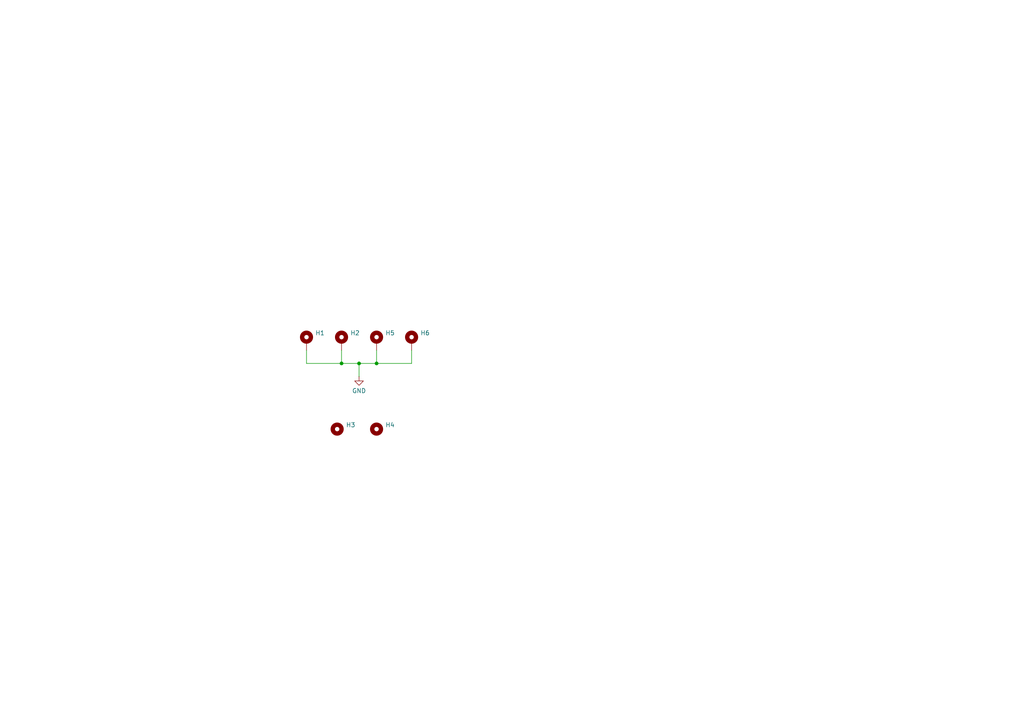
<source format=kicad_sch>
(kicad_sch
	(version 20231120)
	(generator "eeschema")
	(generator_version "8.0")
	(uuid "e7140f0f-8e55-468d-a94f-0d7319b7ed9b")
	(paper "A4")
	(lib_symbols
		(symbol "Mechanical:MountingHole"
			(pin_names
				(offset 1.016)
			)
			(exclude_from_sim yes)
			(in_bom no)
			(on_board yes)
			(property "Reference" "H"
				(at 0 5.08 0)
				(effects
					(font
						(size 1.27 1.27)
					)
				)
			)
			(property "Value" "MountingHole"
				(at 0 3.175 0)
				(effects
					(font
						(size 1.27 1.27)
					)
				)
			)
			(property "Footprint" ""
				(at 0 0 0)
				(effects
					(font
						(size 1.27 1.27)
					)
					(hide yes)
				)
			)
			(property "Datasheet" "~"
				(at 0 0 0)
				(effects
					(font
						(size 1.27 1.27)
					)
					(hide yes)
				)
			)
			(property "Description" "Mounting Hole without connection"
				(at 0 0 0)
				(effects
					(font
						(size 1.27 1.27)
					)
					(hide yes)
				)
			)
			(property "ki_keywords" "mounting hole"
				(at 0 0 0)
				(effects
					(font
						(size 1.27 1.27)
					)
					(hide yes)
				)
			)
			(property "ki_fp_filters" "MountingHole*"
				(at 0 0 0)
				(effects
					(font
						(size 1.27 1.27)
					)
					(hide yes)
				)
			)
			(symbol "MountingHole_0_1"
				(circle
					(center 0 0)
					(radius 1.27)
					(stroke
						(width 1.27)
						(type default)
					)
					(fill
						(type none)
					)
				)
			)
		)
		(symbol "Mechanical:MountingHole_Pad"
			(pin_numbers hide)
			(pin_names
				(offset 1.016) hide)
			(exclude_from_sim yes)
			(in_bom no)
			(on_board yes)
			(property "Reference" "H"
				(at 0 6.35 0)
				(effects
					(font
						(size 1.27 1.27)
					)
				)
			)
			(property "Value" "MountingHole_Pad"
				(at 0 4.445 0)
				(effects
					(font
						(size 1.27 1.27)
					)
				)
			)
			(property "Footprint" ""
				(at 0 0 0)
				(effects
					(font
						(size 1.27 1.27)
					)
					(hide yes)
				)
			)
			(property "Datasheet" "~"
				(at 0 0 0)
				(effects
					(font
						(size 1.27 1.27)
					)
					(hide yes)
				)
			)
			(property "Description" "Mounting Hole with connection"
				(at 0 0 0)
				(effects
					(font
						(size 1.27 1.27)
					)
					(hide yes)
				)
			)
			(property "ki_keywords" "mounting hole"
				(at 0 0 0)
				(effects
					(font
						(size 1.27 1.27)
					)
					(hide yes)
				)
			)
			(property "ki_fp_filters" "MountingHole*Pad*"
				(at 0 0 0)
				(effects
					(font
						(size 1.27 1.27)
					)
					(hide yes)
				)
			)
			(symbol "MountingHole_Pad_0_1"
				(circle
					(center 0 1.27)
					(radius 1.27)
					(stroke
						(width 1.27)
						(type default)
					)
					(fill
						(type none)
					)
				)
			)
			(symbol "MountingHole_Pad_1_1"
				(pin input line
					(at 0 -2.54 90)
					(length 2.54)
					(name "1"
						(effects
							(font
								(size 1.27 1.27)
							)
						)
					)
					(number "1"
						(effects
							(font
								(size 1.27 1.27)
							)
						)
					)
				)
			)
		)
		(symbol "power:GND"
			(power)
			(pin_numbers hide)
			(pin_names
				(offset 0) hide)
			(exclude_from_sim no)
			(in_bom yes)
			(on_board yes)
			(property "Reference" "#PWR"
				(at 0 -6.35 0)
				(effects
					(font
						(size 1.27 1.27)
					)
					(hide yes)
				)
			)
			(property "Value" "GND"
				(at 0 -3.81 0)
				(effects
					(font
						(size 1.27 1.27)
					)
				)
			)
			(property "Footprint" ""
				(at 0 0 0)
				(effects
					(font
						(size 1.27 1.27)
					)
					(hide yes)
				)
			)
			(property "Datasheet" ""
				(at 0 0 0)
				(effects
					(font
						(size 1.27 1.27)
					)
					(hide yes)
				)
			)
			(property "Description" "Power symbol creates a global label with name \"GND\" , ground"
				(at 0 0 0)
				(effects
					(font
						(size 1.27 1.27)
					)
					(hide yes)
				)
			)
			(property "ki_keywords" "global power"
				(at 0 0 0)
				(effects
					(font
						(size 1.27 1.27)
					)
					(hide yes)
				)
			)
			(symbol "GND_0_1"
				(polyline
					(pts
						(xy 0 0) (xy 0 -1.27) (xy 1.27 -1.27) (xy 0 -2.54) (xy -1.27 -1.27) (xy 0 -1.27)
					)
					(stroke
						(width 0)
						(type default)
					)
					(fill
						(type none)
					)
				)
			)
			(symbol "GND_1_1"
				(pin power_in line
					(at 0 0 270)
					(length 0)
					(name "~"
						(effects
							(font
								(size 1.27 1.27)
							)
						)
					)
					(number "1"
						(effects
							(font
								(size 1.27 1.27)
							)
						)
					)
				)
			)
		)
	)
	(junction
		(at 109.22 105.41)
		(diameter 0)
		(color 0 0 0 0)
		(uuid "a090e2cc-f294-4bac-846c-ea8c5eea4dd4")
	)
	(junction
		(at 104.14 105.41)
		(diameter 0)
		(color 0 0 0 0)
		(uuid "e8654bf4-8c39-47fc-917f-22722c27ed39")
	)
	(junction
		(at 99.06 105.41)
		(diameter 0)
		(color 0 0 0 0)
		(uuid "eae1afe2-5ff3-4e66-8123-3c60c1b5d42f")
	)
	(wire
		(pts
			(xy 88.9 101.6) (xy 88.9 105.41)
		)
		(stroke
			(width 0)
			(type default)
		)
		(uuid "0183f0cd-3aa8-4129-a005-f5070c0b7c25")
	)
	(wire
		(pts
			(xy 104.14 105.41) (xy 99.06 105.41)
		)
		(stroke
			(width 0)
			(type default)
		)
		(uuid "11ea61f6-2d2b-4175-9ac3-2824abb9f75a")
	)
	(wire
		(pts
			(xy 119.38 105.41) (xy 109.22 105.41)
		)
		(stroke
			(width 0)
			(type default)
		)
		(uuid "3bb0beb7-dc70-4d77-a7a0-430065432c72")
	)
	(wire
		(pts
			(xy 109.22 105.41) (xy 104.14 105.41)
		)
		(stroke
			(width 0)
			(type default)
		)
		(uuid "595a58e1-dcd6-43fe-bbd9-a66cc54b8893")
	)
	(wire
		(pts
			(xy 109.22 101.6) (xy 109.22 105.41)
		)
		(stroke
			(width 0)
			(type default)
		)
		(uuid "65228149-860a-4907-b594-6171e7487c60")
	)
	(wire
		(pts
			(xy 88.9 105.41) (xy 99.06 105.41)
		)
		(stroke
			(width 0)
			(type default)
		)
		(uuid "96638626-8593-4357-ab99-a5fdf5cfeb78")
	)
	(wire
		(pts
			(xy 119.38 101.6) (xy 119.38 105.41)
		)
		(stroke
			(width 0)
			(type default)
		)
		(uuid "a8d7df13-8c55-4fa9-ace8-39d5db3c0e06")
	)
	(wire
		(pts
			(xy 104.14 105.41) (xy 104.14 109.22)
		)
		(stroke
			(width 0)
			(type default)
		)
		(uuid "a92ab9ec-630e-4537-bbb6-af15114281a3")
	)
	(wire
		(pts
			(xy 99.06 105.41) (xy 99.06 101.6)
		)
		(stroke
			(width 0)
			(type default)
		)
		(uuid "eca8aa79-b023-43fc-be8e-4737559990a6")
	)
	(symbol
		(lib_id "Mechanical:MountingHole")
		(at 97.79 124.46 0)
		(unit 1)
		(exclude_from_sim yes)
		(in_bom no)
		(on_board yes)
		(dnp no)
		(fields_autoplaced yes)
		(uuid "17d9895a-3fa6-46d6-8458-7f9fc30648a7")
		(property "Reference" "H3"
			(at 100.33 123.2478 0)
			(effects
				(font
					(size 1.27 1.27)
				)
				(justify left)
			)
		)
		(property "Value" "MountingHole"
			(at 100.33 125.6721 0)
			(effects
				(font
					(size 1.27 1.27)
				)
				(justify left)
				(hide yes)
			)
		)
		(property "Footprint" "MountingHole:MountingHole_3.2mm_M3_DIN965"
			(at 97.79 124.46 0)
			(effects
				(font
					(size 1.27 1.27)
				)
				(hide yes)
			)
		)
		(property "Datasheet" "~"
			(at 97.79 124.46 0)
			(effects
				(font
					(size 1.27 1.27)
				)
				(hide yes)
			)
		)
		(property "Description" "Mounting Hole without connection"
			(at 97.79 124.46 0)
			(effects
				(font
					(size 1.27 1.27)
				)
				(hide yes)
			)
		)
		(instances
			(project "EuroClack_voltage_meter_panel"
				(path "/e7140f0f-8e55-468d-a94f-0d7319b7ed9b"
					(reference "H3")
					(unit 1)
				)
			)
		)
	)
	(symbol
		(lib_id "Mechanical:MountingHole_Pad")
		(at 109.22 99.06 0)
		(unit 1)
		(exclude_from_sim yes)
		(in_bom no)
		(on_board yes)
		(dnp no)
		(fields_autoplaced yes)
		(uuid "57a6ebb5-8d0c-4695-ba38-58c0ae80728f")
		(property "Reference" "H5"
			(at 111.76 96.5778 0)
			(effects
				(font
					(size 1.27 1.27)
				)
				(justify left)
			)
		)
		(property "Value" "MountingHole_Pad"
			(at 111.76 99.0021 0)
			(effects
				(font
					(size 1.27 1.27)
				)
				(justify left)
				(hide yes)
			)
		)
		(property "Footprint" "BYOM_General:plated_rack_hole"
			(at 109.22 99.06 0)
			(effects
				(font
					(size 1.27 1.27)
				)
				(hide yes)
			)
		)
		(property "Datasheet" "~"
			(at 109.22 99.06 0)
			(effects
				(font
					(size 1.27 1.27)
				)
				(hide yes)
			)
		)
		(property "Description" "Mounting Hole with connection"
			(at 109.22 99.06 0)
			(effects
				(font
					(size 1.27 1.27)
				)
				(hide yes)
			)
		)
		(pin "1"
			(uuid "e49aeb38-f782-4d94-8b40-cd72282a7e92")
		)
		(instances
			(project "EuroClack_voltage_meter_panel"
				(path "/e7140f0f-8e55-468d-a94f-0d7319b7ed9b"
					(reference "H5")
					(unit 1)
				)
			)
		)
	)
	(symbol
		(lib_id "Mechanical:MountingHole_Pad")
		(at 88.9 99.06 0)
		(unit 1)
		(exclude_from_sim yes)
		(in_bom no)
		(on_board yes)
		(dnp no)
		(fields_autoplaced yes)
		(uuid "6809e20e-474a-43e1-9386-8897c1d285e1")
		(property "Reference" "H1"
			(at 91.44 96.5778 0)
			(effects
				(font
					(size 1.27 1.27)
				)
				(justify left)
			)
		)
		(property "Value" "MountingHole_Pad"
			(at 91.44 99.0021 0)
			(effects
				(font
					(size 1.27 1.27)
				)
				(justify left)
				(hide yes)
			)
		)
		(property "Footprint" "BYOM_General:plated_rack_hole"
			(at 88.9 99.06 0)
			(effects
				(font
					(size 1.27 1.27)
				)
				(hide yes)
			)
		)
		(property "Datasheet" "~"
			(at 88.9 99.06 0)
			(effects
				(font
					(size 1.27 1.27)
				)
				(hide yes)
			)
		)
		(property "Description" "Mounting Hole with connection"
			(at 88.9 99.06 0)
			(effects
				(font
					(size 1.27 1.27)
				)
				(hide yes)
			)
		)
		(pin "1"
			(uuid "83f9b5e3-e940-4446-8d78-522ff592e3ee")
		)
		(instances
			(project "EuroClack_voltage_meter_panel"
				(path "/e7140f0f-8e55-468d-a94f-0d7319b7ed9b"
					(reference "H1")
					(unit 1)
				)
			)
		)
	)
	(symbol
		(lib_id "Mechanical:MountingHole_Pad")
		(at 99.06 99.06 0)
		(unit 1)
		(exclude_from_sim yes)
		(in_bom no)
		(on_board yes)
		(dnp no)
		(fields_autoplaced yes)
		(uuid "6df14c5d-3b15-44b4-8009-fc8b516a3728")
		(property "Reference" "H2"
			(at 101.6 96.5778 0)
			(effects
				(font
					(size 1.27 1.27)
				)
				(justify left)
			)
		)
		(property "Value" "MountingHole_Pad"
			(at 101.6 99.0021 0)
			(effects
				(font
					(size 1.27 1.27)
				)
				(justify left)
				(hide yes)
			)
		)
		(property "Footprint" "BYOM_General:plated_rack_hole"
			(at 99.06 99.06 0)
			(effects
				(font
					(size 1.27 1.27)
				)
				(hide yes)
			)
		)
		(property "Datasheet" "~"
			(at 99.06 99.06 0)
			(effects
				(font
					(size 1.27 1.27)
				)
				(hide yes)
			)
		)
		(property "Description" "Mounting Hole with connection"
			(at 99.06 99.06 0)
			(effects
				(font
					(size 1.27 1.27)
				)
				(hide yes)
			)
		)
		(pin "1"
			(uuid "80ca5bdf-91d9-4539-ad13-c682508502c5")
		)
		(instances
			(project "EuroClack_voltage_meter_panel"
				(path "/e7140f0f-8e55-468d-a94f-0d7319b7ed9b"
					(reference "H2")
					(unit 1)
				)
			)
		)
	)
	(symbol
		(lib_id "Mechanical:MountingHole")
		(at 109.22 124.46 0)
		(unit 1)
		(exclude_from_sim yes)
		(in_bom no)
		(on_board yes)
		(dnp no)
		(fields_autoplaced yes)
		(uuid "92a97038-434d-45ea-ab6f-695325c0134a")
		(property "Reference" "H4"
			(at 111.76 123.2478 0)
			(effects
				(font
					(size 1.27 1.27)
				)
				(justify left)
			)
		)
		(property "Value" "MountingHole"
			(at 111.76 125.6721 0)
			(effects
				(font
					(size 1.27 1.27)
				)
				(justify left)
				(hide yes)
			)
		)
		(property "Footprint" "MountingHole:MountingHole_3.2mm_M3_DIN965"
			(at 109.22 124.46 0)
			(effects
				(font
					(size 1.27 1.27)
				)
				(hide yes)
			)
		)
		(property "Datasheet" "~"
			(at 109.22 124.46 0)
			(effects
				(font
					(size 1.27 1.27)
				)
				(hide yes)
			)
		)
		(property "Description" "Mounting Hole without connection"
			(at 109.22 124.46 0)
			(effects
				(font
					(size 1.27 1.27)
				)
				(hide yes)
			)
		)
		(instances
			(project "EuroClack_voltage_meter_panel"
				(path "/e7140f0f-8e55-468d-a94f-0d7319b7ed9b"
					(reference "H4")
					(unit 1)
				)
			)
		)
	)
	(symbol
		(lib_id "power:GND")
		(at 104.14 109.22 0)
		(unit 1)
		(exclude_from_sim no)
		(in_bom yes)
		(on_board yes)
		(dnp no)
		(fields_autoplaced yes)
		(uuid "ca356333-9ec6-4b94-b8c5-caf6f035818e")
		(property "Reference" "#PWR01"
			(at 104.14 115.57 0)
			(effects
				(font
					(size 1.27 1.27)
				)
				(hide yes)
			)
		)
		(property "Value" "GND"
			(at 104.14 113.3531 0)
			(effects
				(font
					(size 1.27 1.27)
				)
			)
		)
		(property "Footprint" ""
			(at 104.14 109.22 0)
			(effects
				(font
					(size 1.27 1.27)
				)
				(hide yes)
			)
		)
		(property "Datasheet" ""
			(at 104.14 109.22 0)
			(effects
				(font
					(size 1.27 1.27)
				)
				(hide yes)
			)
		)
		(property "Description" "Power symbol creates a global label with name \"GND\" , ground"
			(at 104.14 109.22 0)
			(effects
				(font
					(size 1.27 1.27)
				)
				(hide yes)
			)
		)
		(pin "1"
			(uuid "34a9ea90-7f55-493c-aebb-e3ddc0fa27c8")
		)
		(instances
			(project "EuroClack_voltage_meter_panel"
				(path "/e7140f0f-8e55-468d-a94f-0d7319b7ed9b"
					(reference "#PWR01")
					(unit 1)
				)
			)
		)
	)
	(symbol
		(lib_id "Mechanical:MountingHole_Pad")
		(at 119.38 99.06 0)
		(unit 1)
		(exclude_from_sim yes)
		(in_bom no)
		(on_board yes)
		(dnp no)
		(fields_autoplaced yes)
		(uuid "e013d1b7-0b05-457d-babe-4d7996695d18")
		(property "Reference" "H6"
			(at 121.92 96.5778 0)
			(effects
				(font
					(size 1.27 1.27)
				)
				(justify left)
			)
		)
		(property "Value" "MountingHole_Pad"
			(at 121.92 99.0021 0)
			(effects
				(font
					(size 1.27 1.27)
				)
				(justify left)
				(hide yes)
			)
		)
		(property "Footprint" "BYOM_General:plated_rack_hole"
			(at 119.38 99.06 0)
			(effects
				(font
					(size 1.27 1.27)
				)
				(hide yes)
			)
		)
		(property "Datasheet" "~"
			(at 119.38 99.06 0)
			(effects
				(font
					(size 1.27 1.27)
				)
				(hide yes)
			)
		)
		(property "Description" "Mounting Hole with connection"
			(at 119.38 99.06 0)
			(effects
				(font
					(size 1.27 1.27)
				)
				(hide yes)
			)
		)
		(pin "1"
			(uuid "80333eaa-cb14-48fd-952f-254711e20fd0")
		)
		(instances
			(project "EuroClack_voltage_meter_panel"
				(path "/e7140f0f-8e55-468d-a94f-0d7319b7ed9b"
					(reference "H6")
					(unit 1)
				)
			)
		)
	)
	(sheet_instances
		(path "/"
			(page "1")
		)
	)
)
</source>
